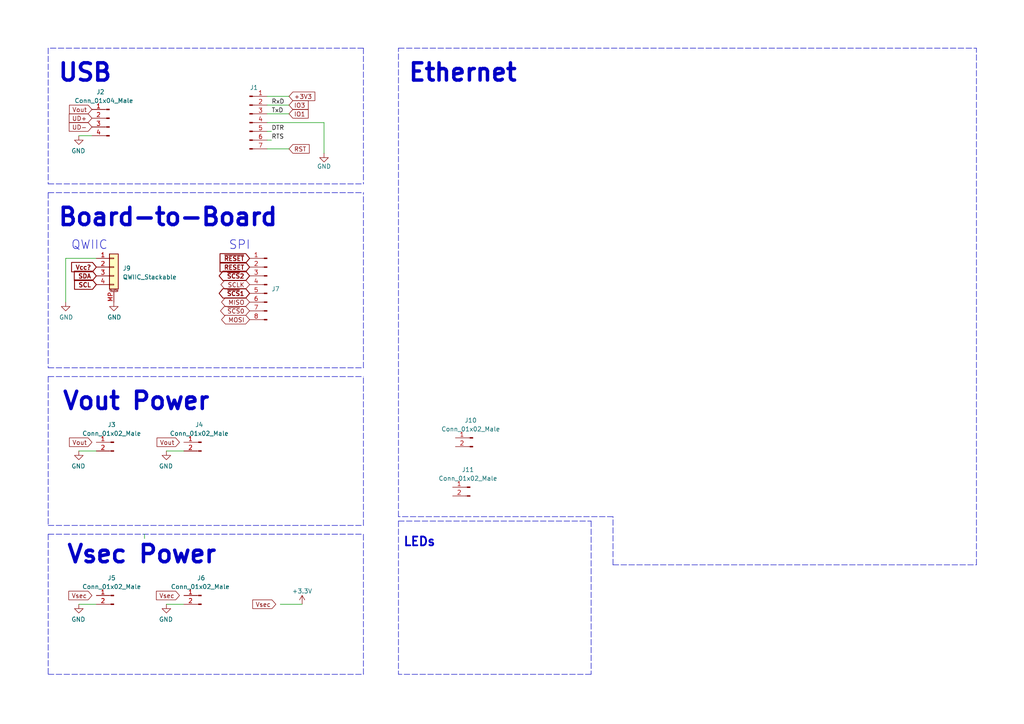
<source format=kicad_sch>
(kicad_sch (version 20211123) (generator eeschema)
  (paper "A4")
  (title_block (title "POE Spacer") (rev "0.0.0") (company "The Nerd Mage"))
  (lib_symbols
    (symbol "Connector:Conn_01x02_Male" (pin_names (offset 1.016) hide)
      (property "Reference" "J" (at 0 2.54 0))
      (property "Value" "Conn_01x02_Male" (at 0 -5.08 0))
      (symbol "Conn_01x02_Male_1_1"
        (polyline (pts (xy 1.27 -2.54) (xy 0.8636 -2.54)) (stroke (width 0.1524)))
        (polyline (pts (xy 1.27 0) (xy 0.8636 0)) (stroke (width 0.1524)))
        (rectangle (start 0.8636 -2.413) (end 0 -2.667) (stroke (width 0.1524)) (fill (type outline)))
        (rectangle (start 0.8636 0.127) (end 0 -0.127) (stroke (width 0.1524)) (fill (type outline)))
        (pin passive line (at 5.08 0 180) (length 3.81) (name "Pin_1") (number "1"))
        (pin passive line (at 5.08 -2.54 180) (length 3.81) (name "Pin_2") (number "2"))
      )
    )
    (symbol "Connector:Conn_01x04_Male" (pin_names (offset 1.016) hide)
      (property "Reference" "J" (at 0 5.08 0))
      (property "Value" "Conn_01x04_Male" (at 0 -7.62 0))
      (symbol "Conn_01x04_Male_1_1"
        (polyline (pts (xy 1.27 -5.08) (xy 0.8636 -5.08)) (stroke (width 0.1524)))
        (polyline (pts (xy 1.27 -2.54) (xy 0.8636 -2.54)) (stroke (width 0.1524)))
        (polyline (pts (xy 1.27 0) (xy 0.8636 0)) (stroke (width 0.1524)))
        (polyline (pts (xy 1.27 2.54) (xy 0.8636 2.54)) (stroke (width 0.1524)))
        (rectangle (start 0.8636 -4.953) (end 0 -5.207) (stroke (width 0.1524)) (fill (type outline)))
        (rectangle (start 0.8636 -2.413) (end 0 -2.667) (stroke (width 0.1524)) (fill (type outline)))
        (rectangle (start 0.8636 0.127) (end 0 -0.127) (stroke (width 0.1524)) (fill (type outline)))
        (rectangle (start 0.8636 2.667) (end 0 2.413) (stroke (width 0.1524)) (fill (type outline)))
        (pin passive line (at 5.08 2.54 180) (length 3.81) (name "Pin_1") (number "1"))
        (pin passive line (at 5.08 0 180) (length 3.81) (name "Pin_2") (number "2"))
        (pin passive line (at 5.08 -2.54 180) (length 3.81) (name "Pin_3") (number "3"))
        (pin passive line (at 5.08 -5.08 180) (length 3.81) (name "Pin_4") (number "4"))
      )
    )
    (symbol "Connector:Conn_01x07_Male" (pin_names (offset 1.016) hide)
      (property "Reference" "J" (at 0 10.16 0))
      (property "Value" "Conn_01x07_Male" (at 0 -10.16 0))
      (symbol "Conn_01x07_Male_1_1"
        (polyline (pts (xy 1.27 -7.62) (xy 0.8636 -7.62)) (stroke (width 0.1524)))
        (polyline (pts (xy 1.27 -5.08) (xy 0.8636 -5.08)) (stroke (width 0.1524)))
        (polyline (pts (xy 1.27 -2.54) (xy 0.8636 -2.54)) (stroke (width 0.1524)))
        (polyline (pts (xy 1.27 0) (xy 0.8636 0)) (stroke (width 0.1524)))
        (polyline (pts (xy 1.27 2.54) (xy 0.8636 2.54)) (stroke (width 0.1524)))
        (polyline (pts (xy 1.27 5.08) (xy 0.8636 5.08)) (stroke (width 0.1524)))
        (polyline (pts (xy 1.27 7.62) (xy 0.8636 7.62)) (stroke (width 0.1524)))
        (rectangle (start 0.8636 -7.493) (end 0 -7.747) (stroke (width 0.1524)) (fill (type outline)))
        (rectangle (start 0.8636 -4.953) (end 0 -5.207) (stroke (width 0.1524)) (fill (type outline)))
        (rectangle (start 0.8636 -2.413) (end 0 -2.667) (stroke (width 0.1524)) (fill (type outline)))
        (rectangle (start 0.8636 0.127) (end 0 -0.127) (stroke (width 0.1524)) (fill (type outline)))
        (rectangle (start 0.8636 2.667) (end 0 2.413) (stroke (width 0.1524)) (fill (type outline)))
        (rectangle (start 0.8636 5.207) (end 0 4.953) (stroke (width 0.1524)) (fill (type outline)))
        (rectangle (start 0.8636 7.747) (end 0 7.493) (stroke (width 0.1524)) (fill (type outline)))
        (pin passive line (at 5.08 7.62 180) (length 3.81) (name "Pin_1") (number "1"))
        (pin passive line (at 5.08 5.08 180) (length 3.81) (name "Pin_2") (number "2"))
        (pin passive line (at 5.08 2.54 180) (length 3.81) (name "Pin_3") (number "3"))
        (pin passive line (at 5.08 0 180) (length 3.81) (name "Pin_4") (number "4"))
        (pin passive line (at 5.08 -2.54 180) (length 3.81) (name "Pin_5") (number "5"))
        (pin passive line (at 5.08 -5.08 180) (length 3.81) (name "Pin_6") (number "6"))
        (pin passive line (at 5.08 -7.62 180) (length 3.81) (name "Pin_7") (number "7"))
      )
    )
    (symbol "Connector:Conn_01x08_Male" (pin_names (offset 1.016) hide)
      (property "Reference" "J" (at 0 10.16 0))
      (property "Value" "Conn_01x08_Male" (at 0 -12.7 0))
      (symbol "Conn_01x08_Male_1_1"
        (polyline (pts (xy 1.27 -10.16) (xy 0.8636 -10.16)) (stroke (width 0.1524)))
        (polyline (pts (xy 1.27 -7.62) (xy 0.8636 -7.62)) (stroke (width 0.1524)))
        (polyline (pts (xy 1.27 -5.08) (xy 0.8636 -5.08)) (stroke (width 0.1524)))
        (polyline (pts (xy 1.27 -2.54) (xy 0.8636 -2.54)) (stroke (width 0.1524)))
        (polyline (pts (xy 1.27 0) (xy 0.8636 0)) (stroke (width 0.1524)))
        (polyline (pts (xy 1.27 2.54) (xy 0.8636 2.54)) (stroke (width 0.1524)))
        (polyline (pts (xy 1.27 5.08) (xy 0.8636 5.08)) (stroke (width 0.1524)))
        (polyline (pts (xy 1.27 7.62) (xy 0.8636 7.62)) (stroke (width 0.1524)))
        (rectangle (start 0.8636 -10.033) (end 0 -10.287) (stroke (width 0.1524)) (fill (type outline)))
        (rectangle (start 0.8636 -7.493) (end 0 -7.747) (stroke (width 0.1524)) (fill (type outline)))
        (rectangle (start 0.8636 -4.953) (end 0 -5.207) (stroke (width 0.1524)) (fill (type outline)))
        (rectangle (start 0.8636 -2.413) (end 0 -2.667) (stroke (width 0.1524)) (fill (type outline)))
        (rectangle (start 0.8636 0.127) (end 0 -0.127) (stroke (width 0.1524)) (fill (type outline)))
        (rectangle (start 0.8636 2.667) (end 0 2.413) (stroke (width 0.1524)) (fill (type outline)))
        (rectangle (start 0.8636 5.207) (end 0 4.953) (stroke (width 0.1524)) (fill (type outline)))
        (rectangle (start 0.8636 7.747) (end 0 7.493) (stroke (width 0.1524)) (fill (type outline)))
        (pin passive line (at 5.08 7.62 180) (length 3.81) (name "Pin_1") (number "1"))
        (pin passive line (at 5.08 5.08 180) (length 3.81) (name "Pin_2") (number "2"))
        (pin passive line (at 5.08 2.54 180) (length 3.81) (name "Pin_3") (number "3"))
        (pin passive line (at 5.08 0 180) (length 3.81) (name "Pin_4") (number "4"))
        (pin passive line (at 5.08 -2.54 180) (length 3.81) (name "Pin_5") (number "5"))
        (pin passive line (at 5.08 -5.08 180) (length 3.81) (name "Pin_6") (number "6"))
        (pin passive line (at 5.08 -7.62 180) (length 3.81) (name "Pin_7") (number "7"))
        (pin passive line (at 5.08 -10.16 180) (length 3.81) (name "Pin_8") (number "8"))
      )
    )
    (symbol "Connector_QWIIC_Stackable:QWIIC_Stackable" (pin_names (offset 1.016) hide)
      (property "Reference" "J" (at 0 5.08 0))
      (property "Value" "QWIIC_Stackable" (at 1.27 -7.62 0))
      (symbol "QWIIC_Stackable_1_1"
        (rectangle (start -1.27 -4.953) (end 0 -5.207) (stroke (width 0.1524)))
        (rectangle (start -1.27 -2.413) (end 0 -2.667) (stroke (width 0.1524)))
        (rectangle (start -1.27 0.127) (end 0 -0.127) (stroke (width 0.1524)))
        (rectangle (start -1.27 2.667) (end 0 2.413) (stroke (width 0.1524)))
        (rectangle (start -1.27 3.81) (end 1.27 -6.35) (stroke (width 0.254)) (fill (type background)))
        (polyline (pts (xy -1.016 -7.112) (xy 1.016 -7.112)) (stroke (width 0.1524)))
        (text "Mounting" (at 0 -6.731 0) (effects (font (size 0.381 0.381))))
        (pin passive line (at -5.08 2.54 0) (length 3.81) (name "Pin_1") (number "1"))
        (pin passive line (at -5.08 0 0) (length 3.81) (name "Pin_2") (number "2"))
        (pin passive line (at -5.08 -2.54 0) (length 3.81) (name "Pin_3") (number "3"))
        (pin passive line (at -5.08 -5.08 0) (length 3.81) (name "Pin_4") (number "4"))
        (pin passive line (at 0 -10.16 90) (length 3.048) (name "MountPin") (number "MP"))
      )
    )
    (symbol "power:+3.3V" (power) (pin_names (offset 0))
      (property "Value" "+3.3V" (at 0 3.556 0))
      (symbol "+3.3V_0_1"
        (polyline (pts (xy -0.762 1.27) (xy 0 2.54)))
        (polyline (pts (xy 0 0) (xy 0 2.54)))
        (polyline (pts (xy 0 2.54) (xy 0.762 1.27)))
      )
      (symbol "+3.3V_1_1"
        (pin power_in line (at 0 0 90) (length 0) hide (name "+3.3V") (number "1"))
      )
    )
    (symbol "power:GND" (power) (pin_names (offset 0))
      (property "Value" "GND" (at 0 -3.81 0))
      (symbol "GND_0_1"
        (polyline (pts (xy 0 0) (xy 0 -1.27) (xy 1.27 -1.27) (xy 0 -2.54) (xy -1.27 -1.27) (xy 0 -1.27)))
      )
      (symbol "GND_1_1"
        (pin power_in line (at 0 0 270) (length 0) hide (name "GND") (number "1"))
      )
    )
  )
  (polyline (pts (xy 303.53 15.24) (xy 303.53 20.32)))
  (polyline (pts (xy -3.81 109.22) (xy -3.81 58.42)))
  (polyline (pts (xy 115.57 151.13) (xy 171.45 151.13)))
  (polyline (pts (xy 105.41 13.97) (xy 105.41 53.34)))
  (wire (pts (xy 77.47 27.94) (xy 83.82 27.94)))
  (polyline (pts (xy 105.41 13.97) (xy 13.97 13.97)))
  (polyline (pts (xy 13.97 152.4) (xy 105.41 152.4)))
  (polyline (pts (xy 115.57 151.13) (xy 115.57 195.58)))
  (polyline (pts (xy 13.97 55.88) (xy 105.41 55.88)))
  (polyline (pts (xy 105.41 152.4) (xy 105.41 109.22)))
  (wire (pts (xy 77.47 33.02) (xy 83.82 33.02)))
  (wire (pts (xy 27.94 74.93) (xy 19.05 74.93)))
  (polyline (pts (xy 13.97 154.94) (xy 105.41 154.94)))
  (polyline (pts (xy 13.97 109.22) (xy 13.97 152.4)))
  (polyline (pts (xy 171.45 195.58) (xy 115.57 195.58)))
  (polyline (pts (xy 13.97 195.58) (xy 105.41 195.58)))
  (wire (pts (xy 26.67 39.37) (xy 22.86 39.37)))
  (polyline (pts (xy 13.97 53.34) (xy 105.41 53.34)))
  (polyline (pts (xy 115.57 149.86) (xy 115.57 13.97)))
  (polyline (pts (xy 105.41 195.58) (xy 105.41 154.94)))
  (polyline (pts (xy 13.97 154.94) (xy 13.97 195.58)))
  (wire (pts (xy 77.47 43.18) (xy 83.82 43.18)))
  (polyline (pts (xy 115.57 13.97) (xy 283.21 13.97)))
  (polyline (pts (xy 177.8 149.86) (xy 115.57 149.86)))
  (polyline (pts (xy 13.97 13.97) (xy 13.97 53.34)))
  (wire (pts (xy 93.98 35.56) (xy 77.47 35.56)))
  (wire (pts (xy 48.26 130.81) (xy 53.34 130.81)))
  (wire (pts (xy 22.86 130.81) (xy 27.94 130.81)))
  (wire (pts (xy 77.47 40.64) (xy 78.74 40.64)))
  (polyline (pts (xy 177.8 163.83) (xy 177.8 149.86)))
  (wire (pts (xy 77.47 30.48) (xy 83.82 30.48)))
  (wire (pts (xy 41.91 156.21) (xy 41.91 154.94)))
  (polyline (pts (xy 13.97 106.68) (xy 105.41 106.68)))
  (wire (pts (xy 48.26 175.26) (xy 53.34 175.26)))
  (wire (pts (xy 93.98 44.45) (xy 93.98 35.56)))
  (polyline (pts (xy 177.8 163.83) (xy 283.21 163.83)))
  (polyline (pts (xy 13.97 55.88) (xy 13.97 106.68)))
  (wire (pts (xy 19.05 74.93) (xy 19.05 87.63)))
  (polyline (pts (xy 171.45 151.13) (xy 171.45 195.58)))
  (wire (pts (xy 81.28 175.26) (xy 87.63 175.26)))
  (wire (pts (xy 77.47 38.1) (xy 78.74 38.1)))
  (polyline (pts (xy 283.21 163.83) (xy 283.21 13.97)))
  (polyline (pts (xy 13.97 109.22) (xy 105.41 109.22)))
  (polyline (pts (xy 105.41 106.68) (xy 105.41 55.88)))
  (wire (pts (xy 22.86 175.26) (xy 27.94 175.26)))
  (text "Vsec Power" (at 19.05 163.83 0) (effects (font (size 5 5) (thickness 1) bold) (justify left bottom)))
  (text "Vout Power" (at 17.78 119.38 0) (effects (font (size 5 5) (thickness 1) bold) (justify left bottom)))
  (text "QWIIC" (at 20.5922 72.6475 0) (effects (font (size 2.54 2.54)) (justify left bottom)))
  (text "Board-to-Board" (at 16.51 66.04 0) (effects (font (size 5 5) (thickness 1) bold) (justify left bottom)))
  (text "USB" (at 16.51 24.13 0) (effects (font (size 5 5) (thickness 1) bold) (justify left bottom)))
  (text "Ethernet" (at 118.11 24.13 0) (effects (font (size 5 5) (thickness 1) bold) (justify left bottom)))
  (text "SPI" (at 66.3122 72.6475 0) (effects (font (size 2.54 2.54)) (justify left bottom)))
  (text "LEDs" (at 116.84 158.75 180) (effects (font (size 2.54 2.54) (thickness 0.508) bold) (justify left bottom)))
  (label "TxD" (at 78.74 33.02 0))
  (label "DTR" (at 78.74 38.1 0))
  (label "RTS" (at 78.74 40.64 0))
  (label "RxD" (at 78.74 30.48 0))
  (global_label "RESET" (shape input) (at 72.39 77.47 180) (effects (font (thickness 0.254) bold)) (property "Intersheet References" "${INTERSHEET_REFS}" (effects hide)))
  (global_label "Vcc?" (shape input) (at 27.94 77.47 180) (effects (font (thickness 0.254) bold)) (property "Intersheet References" "${INTERSHEET_REFS}" (effects hide)))
  (global_label "Vout" (shape input) (at 26.67 31.75 180) (property "Intersheet References" "${INTERSHEET_REFS}" (effects hide)))
  (global_label "MISO" (shape bidirectional) (at 72.39 87.63 180) (property "Intersheet References" "${INTERSHEET_REFS}" (effects hide)))
  (global_label "Vout" (shape input) (at 26.67 128.27 180) (property "Intersheet References" "${INTERSHEET_REFS}" (effects hide)))
  (global_label "IO3" (shape input) (at 83.82 30.48 0) (property "Intersheet References" "${INTERSHEET_REFS}" (effects hide)))
  (global_label "Vsec" (shape input) (at 80.01 175.26 180) (property "Intersheet References" "${INTERSHEET_REFS}" (effects hide)))
  (global_label "Vout" (shape input) (at 52.07 128.27 180) (property "Intersheet References" "${INTERSHEET_REFS}" (effects hide)))
  (global_label "Vsec" (shape input) (at 26.67 172.72 180) (property "Intersheet References" "${INTERSHEET_REFS}" (effects hide)))
  (global_label "IO1" (shape input) (at 83.82 33.02 0) (property "Intersheet References" "${INTERSHEET_REFS}" (effects hide)))
  (global_label "~{SCS}1" (shape bidirectional) (at 72.39 85.09 180) (effects (font (thickness 0.254) bold)) (property "Intersheet References" "${INTERSHEET_REFS}" (effects hide)))
  (global_label "UD-" (shape input) (at 26.67 36.83 180) (property "Intersheet References" "${INTERSHEET_REFS}" (effects hide)))
  (global_label "~{SCS}0" (shape bidirectional) (at 72.39 90.17 180) (property "Intersheet References" "${INTERSHEET_REFS}" (effects hide)))
  (global_label "SDA" (shape input) (at 27.94 80.01 180) (effects (font bold)) (property "Intersheet References" "${INTERSHEET_REFS}" (effects hide)))
  (global_label "MOSI" (shape bidirectional) (at 72.39 92.71 180) (property "Intersheet References" "${INTERSHEET_REFS}" (effects hide)))
  (global_label "+3V3" (shape input) (at 83.82 27.94 0) (property "Intersheet References" "${INTERSHEET_REFS}" (effects hide)))
  (global_label "SCL" (shape input) (at 27.94 82.55 180) (effects (font (thickness 0.254) bold)) (property "Intersheet References" "${INTERSHEET_REFS}" (effects hide)))
  (global_label "~{RESET}" (shape input) (at 72.39 74.93 180) (effects (font (thickness 0.254) bold)) (property "Intersheet References" "${INTERSHEET_REFS}" (effects hide)))
  (global_label "~{SCS}2" (shape bidirectional) (at 72.39 80.01 180) (effects (font (thickness 0.254) bold)) (property "Intersheet References" "${INTERSHEET_REFS}" (effects hide)))
  (global_label "Vsec" (shape input) (at 52.07 172.72 180) (property "Intersheet References" "${INTERSHEET_REFS}" (effects hide)))
  (global_label "SCLK" (shape bidirectional) (at 72.39 82.55 180) (property "Intersheet References" "${INTERSHEET_REFS}" (effects hide)))
  (global_label "UD+" (shape input) (at 26.67 34.29 180) (property "Intersheet References" "${INTERSHEET_REFS}" (effects hide)))
  (global_label "RST" (shape input) (at 83.82 43.18 0) (property "Intersheet References" "${INTERSHEET_REFS}" (effects hide)))
  (symbol (lib_id "Connector:Conn_01x02_Male") (at 33.02 128.27 0) (mirror y) (unit 1) (in_bom no)
    (property "Reference" "J3" (at 32.385 123.19 0))
    (property "Value" "Conn_01x02_Male" (at 32.385 125.73 0))
    (property "Footprint" "Tinker:Board_Stacker_2" (effects hide))
  )
  (symbol (lib_id "Connector:Conn_01x02_Male") (at 137.16 127 0) (mirror y) (unit 1) (in_bom no)
    (property "Reference" "J10" (at 136.525 121.92 0))
    (property "Value" "Conn_01x02_Male" (at 136.525 124.46 0))
    (property "Footprint" "Tinker:Board_Stacker_2" (effects hide))
  )
  (symbol (lib_id "power:GND") (at 22.86 39.37 0) (mirror y) (unit 1)
    (property "Reference" "#PWR0106" (effects hide))
    (property "Value" "GND" (at 22.733 43.7642 0))
  )
  (symbol (lib_id "Connector:Conn_01x02_Male") (at 58.42 128.27 0) (mirror y) (unit 1) (in_bom no)
    (property "Reference" "J4" (at 57.785 123.19 0))
    (property "Value" "Conn_01x02_Male" (at 57.785 125.73 0))
    (property "Footprint" "Tinker:Board_Stacker_2" (effects hide))
  )
  (symbol (lib_id "power:GND") (at 93.98 44.45 0) (unit 1)
    (property "Reference" "#PWR0103" (effects hide))
    (property "Value" "GND" (at 93.98 48.26 0))
  )
  (symbol (lib_id "power:GND") (at 22.86 130.81 0) (mirror y) (unit 1)
    (property "Reference" "#PWR0104" (effects hide))
    (property "Value" "GND" (at 22.733 135.2042 0))
  )
  (symbol (lib_id "power:GND") (at 48.26 175.26 0) (mirror y) (unit 1)
    (property "Reference" "#PWR0101" (effects hide))
    (property "Value" "GND" (at 48.133 179.6542 0))
  )
  (symbol (lib_id "power:GND") (at 48.26 130.81 0) (mirror y) (unit 1)
    (property "Reference" "#PWR0102" (effects hide))
    (property "Value" "GND" (at 48.133 135.2042 0))
  )
  (symbol (lib_id "power:GND") (at 22.86 175.26 0) (mirror y) (unit 1)
    (property "Reference" "#PWR0120" (effects hide))
    (property "Value" "GND" (at 22.733 179.6542 0))
  )
  (symbol (lib_id "Connector:Conn_01x07_Male") (at 72.39 35.56 0) (unit 1) (in_bom no) (on_board no)
    (property "Reference" "J1" (at 73.66 25.4 0))
    (property "Value" "Conn_01x07_Male" (effects hide))
    (property "Footprint" "Tinker:Board_Stacker_7" (effects hide))
    (property "Note" "Footprint only" (effects hide))
  )
  (symbol (lib_id "Connector_QWIIC_Stackable:QWIIC_Stackable") (at 33.02 77.47 0) (unit 1) (in_bom no)
    (property "Reference" "J9" (at 35.56 77.8255 0) (effects (justify left)))
    (property "Value" "QWIIC_Stackable" (at 35.56 80.3655 0) (effects (justify left)))
    (property "Footprint" "Tinker:QWIIC_Stack_II" (effects hide))
  )
  (symbol (lib_id "Connector:Conn_01x02_Male") (at 58.42 172.72 0) (mirror y) (unit 1) (in_bom no)
    (property "Reference" "J6" (at 57.15 167.64 0) (effects (justify right)))
    (property "Value" "Conn_01x02_Male" (at 49.53 170.18 0) (effects (justify right)))
    (property "Footprint" "Tinker:Board_Stacker_2" (effects hide))
  )
  (symbol (lib_id "power:+3.3V") (at 87.63 175.26 0) (unit 1)
    (property "Reference" "#PWR0116" (effects hide))
    (property "Value" "+3.3V" (at 87.63 171.45 0))
  )
  (symbol (lib_id "power:GND") (at 33.02 87.63 0) (unit 1)
    (property "Reference" "#PWR0123" (effects hide))
    (property "Value" "GND" (at 33.147 92.0242 0))
  )
  (symbol (lib_id "Connector:Conn_01x08_Male") (at 77.47 82.55 0) (mirror y) (unit 1) (in_bom no)
    (property "Reference" "J7" (at 78.74 83.8199 0) (effects (justify right)))
    (property "Value" "Conn_01x08_Male" (effects hide))
    (property "Footprint" "Tinker:PinHeader_2x04_P1.27mm_Vertical" (effects hide))
    (property "LCSC" "C2881786 + C2684732" (effects hide))
  )
  (symbol (lib_id "Connector:Conn_01x02_Male") (at 136.3538 141.3109 0) (mirror y) (unit 1) (in_bom no)
    (property "Reference" "J11" (at 135.7188 136.2309 0))
    (property "Value" "Conn_01x02_Male" (at 135.7188 138.7709 0))
    (property "Footprint" "Tinker:Board_Stacker_2" (effects hide))
  )
  (symbol (lib_id "Connector:Conn_01x04_Male") (at 31.75 34.29 0) (mirror y) (unit 1) (in_bom no)
    (property "Reference" "J2" (at 27.94 26.67 0) (effects (justify right)))
    (property "Value" "Conn_01x04_Male" (at 21.59 29.21 0) (effects (justify right)))
    (property "Footprint" "Tinker:Board_Stacker_4" (effects hide))
  )
  (symbol (lib_id "power:GND") (at 19.05 87.63 0) (unit 1)
    (property "Reference" "#PWR0124" (effects hide))
    (property "Value" "GND" (at 19.177 92.0242 0))
  )
  (symbol (lib_id "Connector:Conn_01x02_Male") (at 33.02 172.72 0) (mirror y) (unit 1) (in_bom no)
    (property "Reference" "J5" (at 32.385 167.64 0))
    (property "Value" "Conn_01x02_Male" (at 32.385 170.18 0))
    (property "Footprint" "Tinker:Board_Stacker_2" (effects hide))
  )
)
</source>
